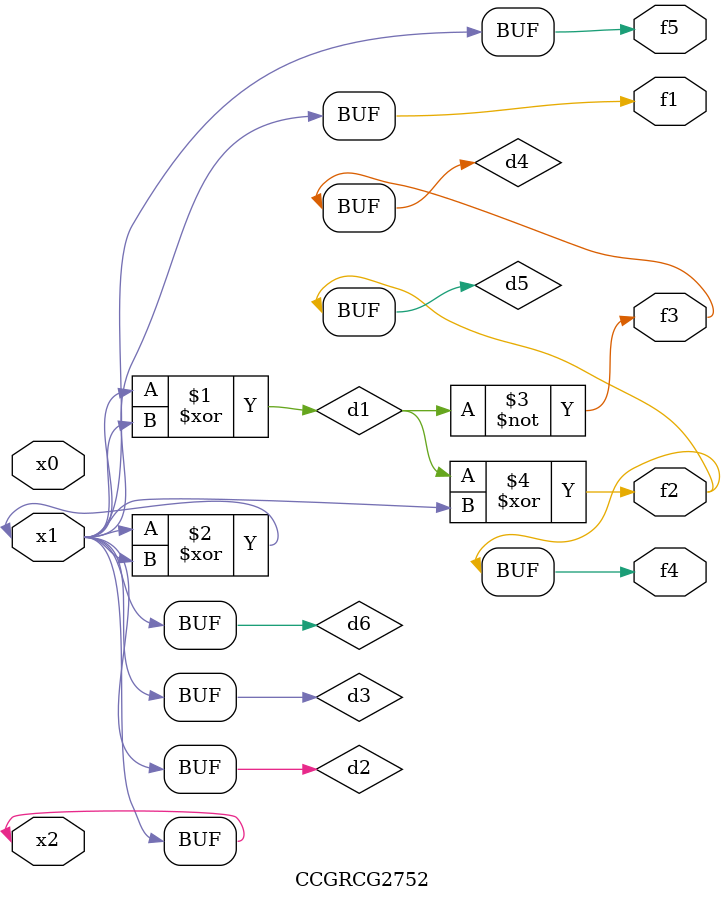
<source format=v>
module CCGRCG2752(
	input x0, x1, x2,
	output f1, f2, f3, f4, f5
);

	wire d1, d2, d3, d4, d5, d6;

	xor (d1, x1, x2);
	buf (d2, x1, x2);
	xor (d3, x1, x2);
	nor (d4, d1);
	xor (d5, d1, d2);
	buf (d6, d2, d3);
	assign f1 = d6;
	assign f2 = d5;
	assign f3 = d4;
	assign f4 = d5;
	assign f5 = d6;
endmodule

</source>
